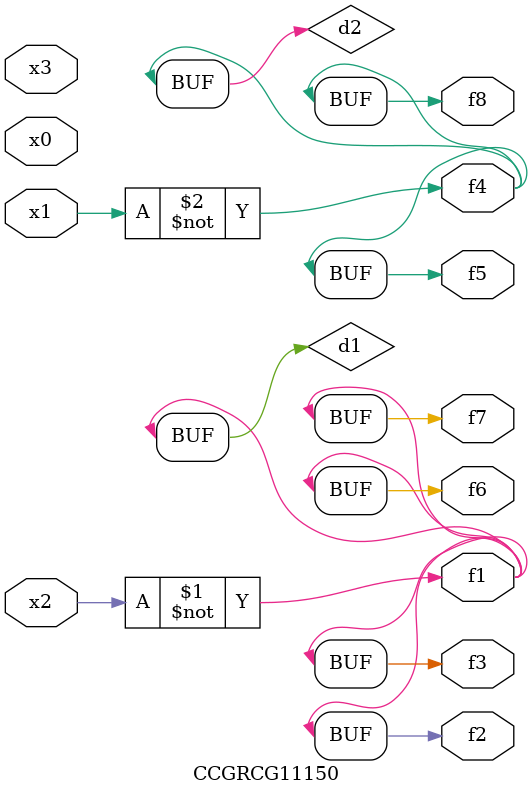
<source format=v>
module CCGRCG11150(
	input x0, x1, x2, x3,
	output f1, f2, f3, f4, f5, f6, f7, f8
);

	wire d1, d2;

	xnor (d1, x2);
	not (d2, x1);
	assign f1 = d1;
	assign f2 = d1;
	assign f3 = d1;
	assign f4 = d2;
	assign f5 = d2;
	assign f6 = d1;
	assign f7 = d1;
	assign f8 = d2;
endmodule

</source>
